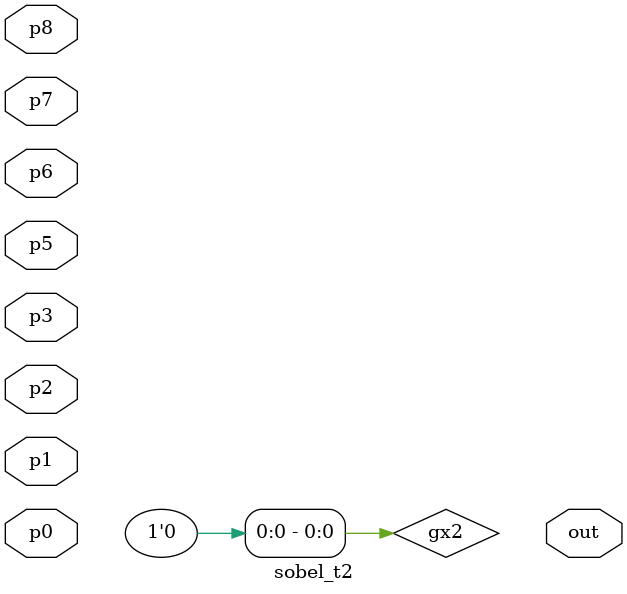
<source format=v>
`timescale 1ns / 1ps
module sobel_t2(p0, p1, p2, p3, p5, p6, p7, p8, out);

input  [7:0] p0,p1,p2,p3,p5,p6,p7,p8;	// 8 bit pixels inputs 
output [7:0] out;					// 8 bit output pixel 

wire signed [10:0] gx,gy;    //11 bits because max value of gx and gy is  
wire signed [10:0] gx1,gx2,gx3, gy1, gy2, gy3;    //11 bits because max value of gx and gy is  
//255*4 and last bit for sign					 
wire signed [10:0] abs_gx,abs_gy;	//it is used to find the absolute value of gx and gy 
wire [10:0] sum;			//the max value is 255*8. here no sign bit needed. 

assign gx1=(p2-p0);//sobel mask for gradient in horiz. direction 
assign gx2=((p5-p3)<<1);//sobel mask for gradient in horiz. direction 
assign gx3=(p8-p6);//sobel mask for gradient in horiz. direction 
assign gy1=(p0-p6);//sobel mask for gradient in vertical direction 




endmodule

</source>
